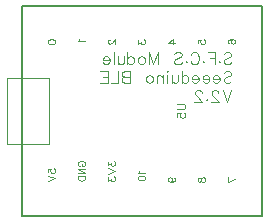
<source format=gbo>
G04 Layer: BottomSilkscreenLayer*
G04 EasyEDA Pro v1.9.26, 2022-12-23 16:49:17*
G04 Gerber Generator version 0.3*
G04 Scale: 100 percent, Rotated: No, Reflected: No*
G04 Dimensions in millimeters*
G04 Leading zeros omitted, absolute positions, 3 integers and 3 decimals*
%FSLAX33Y33*%
%MOMM*%
%ADD10C,0.1*%
%ADD11C,0.125001*%
%ADD12C,0.15*%
G75*


G04 Text Start*
G04 //text: S.F.C.S Module*
G04 Seeeduino BLE*
G04 V2.2*
G54D10*
G01X19233Y-5230D02*
G01X19327Y-5136D01*
G01X19467Y-5091D01*
G01X19655D01*
G01X19794Y-5136D01*
G01X19888Y-5230D01*
G01Y-5324D01*
G01X19842Y-5418D01*
G01X19794Y-5464D01*
G01X19700Y-5512D01*
G01X19421Y-5606D01*
G01X19327Y-5652D01*
G01X19279Y-5698D01*
G01X19233Y-5792D01*
G01Y-5934D01*
G01X19327Y-6028D01*
G01X19467Y-6074D01*
G01X19655D01*
G01X19794Y-6028D01*
G01X19888Y-5934D01*
G01X18862Y-5840D02*
G01X18908Y-5886D01*
G01X18862Y-5934D01*
G01X18814Y-5886D01*
G01X18862Y-5840D01*
G01X18489Y-5091D02*
G01X18489Y-6074D01*
G01X18489Y-5091D02*
G01X17879Y-5091D01*
G01X18489Y-5558D02*
G01X18113Y-5558D01*
G01X17508Y-5840D02*
G01X17554Y-5886D01*
G01X17508Y-5934D01*
G01X17460Y-5886D01*
G01X17508Y-5840D01*
G01X16434Y-5324D02*
G01X16480Y-5230D01*
G01X16574Y-5136D01*
G01X16667Y-5091D01*
G01X16855D01*
G01X16949Y-5136D01*
G01X17041Y-5230D01*
G01X17089Y-5324D01*
G01X17135Y-5464D01*
G01Y-5698D01*
G01X17089Y-5840D01*
G01X17041Y-5934D01*
G01X16949Y-6028D01*
G01X16855Y-6074D01*
G01X16667D01*
G01X16574Y-6028D01*
G01X16480Y-5934D01*
G01X16434Y-5840D01*
G01X16060Y-5840D02*
G01X16109Y-5886D01*
G01X16060Y-5934D01*
G01X16015Y-5886D01*
G01X16060Y-5840D01*
G01X15032Y-5230D02*
G01X15126Y-5136D01*
G01X15268Y-5091D01*
G01X15453D01*
G01X15596Y-5136D01*
G01X15690Y-5230D01*
G01Y-5324D01*
G01X15641Y-5418D01*
G01X15596Y-5464D01*
G01X15502Y-5512D01*
G01X15220Y-5606D01*
G01X15126Y-5652D01*
G01X15080Y-5698D01*
G01X15032Y-5792D01*
G01Y-5934D01*
G01X15126Y-6028D01*
G01X15268Y-6074D01*
G01X15453D01*
G01X15596Y-6028D01*
G01X15690Y-5934D01*
G01X13658Y-5091D02*
G01X13658Y-6074D01*
G01X13658Y-5091D02*
G01X13282Y-6074D01*
G01X12908Y-5091D02*
G01X13282Y-6074D01*
G01X12908Y-5091D02*
G01X12908Y-6074D01*
G01X12349Y-5418D02*
G01X12441Y-5464D01*
G01X12535Y-5558D01*
G01X12583Y-5698D01*
G01Y-5792D01*
G01X12535Y-5934D01*
G01X12441Y-6028D01*
G01X12349Y-6074D01*
G01X12207D01*
G01X12113Y-6028D01*
G01X12019Y-5934D01*
G01X11974Y-5792D01*
G01Y-5698D01*
G01X12019Y-5558D01*
G01X12113Y-5464D01*
G01X12207Y-5418D01*
G01X12349D01*
G01X11087Y-5091D02*
G01X11087Y-6074D01*
G01X11087Y-5558D02*
G01X11179Y-5464D01*
G01X11273Y-5418D01*
G01X11415D01*
G01X11509Y-5464D01*
G01X11603Y-5558D01*
G01X11648Y-5698D01*
G01Y-5792D01*
G01X11603Y-5934D01*
G01X11509Y-6028D01*
G01X11415Y-6074D01*
G01X11273D01*
G01X11179Y-6028D01*
G01X11087Y-5934D01*
G01X10762Y-5418D02*
G01X10762Y-5886D01*
G01X10714Y-6028D01*
G01X10620Y-6074D01*
G01X10480D01*
G01X10386Y-6028D01*
G01X10246Y-5886D01*
G01X10246Y-5418D02*
G01X10246Y-6074D01*
G01X9921Y-5091D02*
G01X9921Y-6074D01*
G01X9596Y-5698D02*
G01X9032Y-5698D01*
G01Y-5606D01*
G01X9081Y-5512D01*
G01X9126Y-5464D01*
G01X9220Y-5418D01*
G01X9360D01*
G01X9454Y-5464D01*
G01X9548Y-5558D01*
G01X9596Y-5698D01*
G01Y-5792D01*
G01X9548Y-5934D01*
G01X9454Y-6028D01*
G01X9360Y-6074D01*
G01X9220D01*
G01X9126Y-6028D01*
G01X9032Y-5934D01*
G01X19233Y-6830D02*
G01X19327Y-6736D01*
G01X19467Y-6691D01*
G01X19655D01*
G01X19794Y-6736D01*
G01X19888Y-6830D01*
G01Y-6924D01*
G01X19842Y-7018D01*
G01X19794Y-7064D01*
G01X19700Y-7112D01*
G01X19421Y-7206D01*
G01X19327Y-7252D01*
G01X19279Y-7298D01*
G01X19233Y-7392D01*
G01Y-7534D01*
G01X19327Y-7628D01*
G01X19467Y-7674D01*
G01X19655D01*
G01X19794Y-7628D01*
G01X19888Y-7534D01*
G01X18908Y-7298D02*
G01X18346Y-7298D01*
G01Y-7206D01*
G01X18392Y-7112D01*
G01X18438Y-7064D01*
G01X18532Y-7018D01*
G01X18674D01*
G01X18768Y-7064D01*
G01X18862Y-7158D01*
G01X18908Y-7298D01*
G01Y-7392D01*
G01X18862Y-7534D01*
G01X18768Y-7628D01*
G01X18674Y-7674D01*
G01X18532D01*
G01X18438Y-7628D01*
G01X18346Y-7534D01*
G01X18021Y-7298D02*
G01X17457Y-7298D01*
G01Y-7206D01*
G01X17506Y-7112D01*
G01X17551Y-7064D01*
G01X17645Y-7018D01*
G01X17785D01*
G01X17879Y-7064D01*
G01X17973Y-7158D01*
G01X18021Y-7298D01*
G01Y-7392D01*
G01X17973Y-7534D01*
G01X17879Y-7628D01*
G01X17785Y-7674D01*
G01X17645D01*
G01X17551Y-7628D01*
G01X17457Y-7534D01*
G01X17132Y-7298D02*
G01X16571Y-7298D01*
G01Y-7206D01*
G01X16617Y-7112D01*
G01X16665Y-7064D01*
G01X16759Y-7018D01*
G01X16899D01*
G01X16993Y-7064D01*
G01X17087Y-7158D01*
G01X17132Y-7298D01*
G01Y-7392D01*
G01X17087Y-7534D01*
G01X16993Y-7628D01*
G01X16899Y-7674D01*
G01X16759D01*
G01X16665Y-7628D01*
G01X16571Y-7534D01*
G01X15682Y-6691D02*
G01X15682Y-7674D01*
G01X15682Y-7158D02*
G01X15776Y-7064D01*
G01X15870Y-7018D01*
G01X16010D01*
G01X16104Y-7064D01*
G01X16198Y-7158D01*
G01X16246Y-7298D01*
G01Y-7392D01*
G01X16198Y-7534D01*
G01X16104Y-7628D01*
G01X16010Y-7674D01*
G01X15870D01*
G01X15776Y-7628D01*
G01X15682Y-7534D01*
G01X15357Y-7018D02*
G01X15357Y-7486D01*
G01X15311Y-7628D01*
G01X15217Y-7674D01*
G01X15077D01*
G01X14983Y-7628D01*
G01X14841Y-7486D01*
G01X14841Y-7018D02*
G01X14841Y-7674D01*
G01X14516Y-6691D02*
G01X14470Y-6736D01*
G01X14422Y-6691D01*
G01X14470Y-6643D01*
G01X14516Y-6691D01*
G01X14470Y-7018D02*
G01X14470Y-7674D01*
G01X14100Y-7018D02*
G01X14100Y-7674D01*
G01X14100Y-7206D02*
G01X13957Y-7064D01*
G01X13863Y-7018D01*
G01X13724D01*
G01X13630Y-7064D01*
G01X13584Y-7206D01*
G01Y-7674D01*
G01X13023Y-7018D02*
G01X13117Y-7064D01*
G01X13211Y-7158D01*
G01X13259Y-7298D01*
G01Y-7392D01*
G01X13211Y-7534D01*
G01X13117Y-7628D01*
G01X13023Y-7674D01*
G01X12883D01*
G01X12789Y-7628D01*
G01X12695Y-7534D01*
G01X12649Y-7392D01*
G01Y-7298D01*
G01X12695Y-7158D01*
G01X12789Y-7064D01*
G01X12883Y-7018D01*
G01X13023D01*
G01X11273Y-6691D02*
G01X11273Y-7674D01*
G01X11273Y-6691D02*
G01X10851Y-6691D01*
G01X10711Y-6736D01*
G01X10663Y-6782D01*
G01X10617Y-6876D01*
G01Y-6970D01*
G01X10663Y-7064D01*
G01X10711Y-7112D01*
G01X10851Y-7158D01*
G01X11273Y-7158D02*
G01X10851Y-7158D01*
G01X10711Y-7206D01*
G01X10663Y-7252D01*
G01X10617Y-7346D01*
G01Y-7486D01*
G01X10663Y-7580D01*
G01X10711Y-7628D01*
G01X10851Y-7674D01*
G01X11273D01*
G01X10292Y-6691D02*
G01X10292Y-7674D01*
G01X10292Y-7674D02*
G01X9731Y-7674D01*
G01X9406Y-6691D02*
G01X9406Y-7674D01*
G01X9406Y-6691D02*
G01X8796Y-6691D01*
G01X9406Y-7158D02*
G01X9030Y-7158D01*
G01X9406Y-7674D02*
G01X8796Y-7674D01*
G01X19888Y-8288D02*
G01X19515Y-9274D01*
G01X19139Y-8288D02*
G01X19515Y-9274D01*
G01X18768Y-8525D02*
G01X18768Y-8476D01*
G01X18720Y-8382D01*
G01X18674Y-8337D01*
G01X18580Y-8288D01*
G01X18392D01*
G01X18298Y-8337D01*
G01X18252Y-8382D01*
G01X18204Y-8476D01*
G01Y-8570D01*
G01X18252Y-8664D01*
G01X18346Y-8804D01*
G01X18814Y-9274D01*
G01X18158D01*
G01X17785Y-9040D02*
G01X17833Y-9086D01*
G01X17785Y-9134D01*
G01X17739Y-9086D01*
G01X17785Y-9040D01*
G01X17366Y-8525D02*
G01X17366Y-8476D01*
G01X17320Y-8382D01*
G01X17275Y-8337D01*
G01X17181Y-8288D01*
G01X16993D01*
G01X16899Y-8337D01*
G01X16850Y-8382D01*
G01X16805Y-8476D01*
G01Y-8570D01*
G01X16850Y-8664D01*
G01X16944Y-8804D01*
G01X17414Y-9274D01*
G01X16759D01*
G04 //text: 7*
G01X19609Y-16065D02*
G01X20201Y-15784D01*
G01X19609Y-15672D02*
G01X19609Y-16065D01*
G04 //text: 6*
G01X19693Y-4326D02*
G01X19637Y-4295D01*
G01X19609Y-4211D01*
G01Y-4155D01*
G01X19637Y-4072D01*
G01X19723Y-4016D01*
G01X19863Y-3988D01*
G01X20003D01*
G01X20117Y-4016D01*
G01X20173Y-4072D01*
G01X20201Y-4155D01*
G01Y-4183D01*
G01X20173Y-4267D01*
G01X20117Y-4326D01*
G01X20030Y-4354D01*
G01X20003D01*
G01X19919Y-4326D01*
G01X19863Y-4267D01*
G01X19835Y-4183D01*
G01Y-4155D01*
G01X19863Y-4072D01*
G01X19919Y-4016D01*
G01X20003Y-3988D01*
G04 //text: 1*
G01X7023Y-3988D02*
G01X6993Y-4044D01*
G01X6909Y-4127D01*
G01X7501D01*
G04 //text: 2*
G01X9591Y-4016D02*
G01X9563Y-4016D01*
G01X9505Y-4044D01*
G01X9477Y-4072D01*
G01X9449Y-4127D01*
G01Y-4239D01*
G01X9477Y-4295D01*
G01X9505Y-4326D01*
G01X9563Y-4354D01*
G01X9619D01*
G01X9675Y-4326D01*
G01X9759Y-4267D01*
G01X10041Y-3988D01*
G01Y-4381D01*
G04 //text: 3*
G01X11989Y-4044D02*
G01X11989Y-4354D01*
G01X12215Y-4183D01*
G01Y-4267D01*
G01X12243Y-4326D01*
G01X12271Y-4354D01*
G01X12355Y-4381D01*
G01X12410D01*
G01X12497Y-4354D01*
G01X12553Y-4295D01*
G01X12581Y-4211D01*
G01Y-4127D01*
G01X12553Y-4044D01*
G01X12525Y-4016D01*
G01X12469Y-3988D01*
G04 //text: 4*
G01X14529Y-4267D02*
G01X14923Y-3988D01*
G01Y-4409D01*
G01X14529Y-4267D02*
G01X15121Y-4267D01*
G04 //text: 5*
G01X17069Y-4326D02*
G01X17069Y-4044D01*
G01X17323Y-4016D01*
G01X17295Y-4044D01*
G01X17267Y-4127D01*
G01Y-4211D01*
G01X17295Y-4295D01*
G01X17351Y-4354D01*
G01X17435Y-4381D01*
G01X17490D01*
G01X17577Y-4354D01*
G01X17633Y-4295D01*
G01X17661Y-4211D01*
G01Y-4127D01*
G01X17633Y-4044D01*
G01X17605Y-4016D01*
G01X17549Y-3988D01*
G04 //text: 0*
G01X4369Y-4155D02*
G01X4397Y-4072D01*
G01X4483Y-4016D01*
G01X4623Y-3988D01*
G01X4707D01*
G01X4849Y-4016D01*
G01X4933Y-4072D01*
G01X4961Y-4155D01*
G01Y-4211D01*
G01X4933Y-4295D01*
G01X4849Y-4354D01*
G01X4707Y-4381D01*
G01X4623D01*
G01X4483Y-4354D01*
G01X4397Y-4295D01*
G01X4369Y-4211D01*
G01Y-4155D01*
G04 //text: 8*
G01X17069Y-15811D02*
G01X17097Y-15728D01*
G01X17153Y-15700D01*
G01X17211D01*
G01X17267Y-15728D01*
G01X17295Y-15784D01*
G01X17323Y-15895D01*
G01X17351Y-15979D01*
G01X17407Y-16038D01*
G01X17463Y-16065D01*
G01X17549D01*
G01X17605Y-16038D01*
G01X17633Y-16010D01*
G01X17661Y-15923D01*
G01Y-15811D01*
G01X17633Y-15728D01*
G01X17605Y-15700D01*
G01X17549Y-15672D01*
G01X17463D01*
G01X17407Y-15700D01*
G01X17351Y-15756D01*
G01X17323Y-15839D01*
G01X17295Y-15951D01*
G01X17267Y-16010D01*
G01X17211Y-16038D01*
G01X17153D01*
G01X17097Y-16010D01*
G01X17069Y-15923D01*
G01Y-15811D01*
G04 //text: 9*
G01X14727Y-16038D02*
G01X14811Y-16010D01*
G01X14867Y-15951D01*
G01X14895Y-15867D01*
G01Y-15839D01*
G01X14867Y-15756D01*
G01X14811Y-15700D01*
G01X14727Y-15672D01*
G01X14699D01*
G01X14613Y-15700D01*
G01X14557Y-15756D01*
G01X14529Y-15839D01*
G01Y-15867D01*
G01X14557Y-15951D01*
G01X14613Y-16010D01*
G01X14727Y-16038D01*
G01X14867D01*
G01X15009Y-16010D01*
G01X15093Y-15951D01*
G01X15121Y-15867D01*
G01Y-15811D01*
G01X15093Y-15728D01*
G01X15037Y-15700D01*
G04 //text: 10*
G01X12103Y-15164D02*
G01X12073Y-15220D01*
G01X11989Y-15303D01*
G01X12581D01*
G01X11989Y-15707D02*
G01X12017Y-15624D01*
G01X12103Y-15568D01*
G01X12243Y-15540D01*
G01X12327D01*
G01X12469Y-15568D01*
G01X12553Y-15624D01*
G01X12581Y-15707D01*
G01Y-15763D01*
G01X12553Y-15847D01*
G01X12469Y-15905D01*
G01X12327Y-15933D01*
G01X12243D01*
G01X12103Y-15905D01*
G01X12017Y-15847D01*
G01X11989Y-15763D01*
G01Y-15707D01*
G04 //text: 3V3*
G01X9449Y-14331D02*
G01X9449Y-14641D01*
G01X9675Y-14470D01*
G01Y-14554D01*
G01X9703Y-14613D01*
G01X9731Y-14641D01*
G01X9815Y-14668D01*
G01X9870D01*
G01X9957Y-14641D01*
G01X10013Y-14582D01*
G01X10041Y-14498D01*
G01Y-14414D01*
G01X10013Y-14331D01*
G01X9985Y-14303D01*
G01X9929Y-14275D01*
G01X9449Y-14902D02*
G01X10041Y-15128D01*
G01X9449Y-15352D02*
G01X10041Y-15128D01*
G01X9449Y-15644D02*
G01X9449Y-15954D01*
G01X9675Y-15784D01*
G01Y-15870D01*
G01X9703Y-15926D01*
G01X9731Y-15954D01*
G01X9815Y-15982D01*
G01X9870D01*
G01X9957Y-15954D01*
G01X10013Y-15898D01*
G01X10041Y-15811D01*
G01Y-15728D01*
G01X10013Y-15644D01*
G01X9985Y-15616D01*
G01X9929Y-15588D01*
G04 //text: GND*
G01X7051Y-14696D02*
G01X6993Y-14668D01*
G01X6937Y-14613D01*
G01X6909Y-14554D01*
G01Y-14442D01*
G01X6937Y-14387D01*
G01X6993Y-14331D01*
G01X7051Y-14303D01*
G01X7135Y-14275D01*
G01X7275D01*
G01X7358Y-14303D01*
G01X7417Y-14331D01*
G01X7473Y-14387D01*
G01X7501Y-14442D01*
G01Y-14554D01*
G01X7473Y-14613D01*
G01X7417Y-14668D01*
G01X7358Y-14696D01*
G01X7275D01*
G01X7275Y-14554D02*
G01X7275Y-14696D01*
G01X6909Y-14930D02*
G01X7501Y-14930D01*
G01X6909Y-14930D02*
G01X7501Y-15324D01*
G01X6909Y-15324D02*
G01X7501Y-15324D01*
G01X6909Y-15560D02*
G01X7501Y-15560D01*
G01X6909Y-15560D02*
G01X6909Y-15756D01*
G01X6937Y-15842D01*
G01X6993Y-15898D01*
G01X7051Y-15926D01*
G01X7135Y-15954D01*
G01X7275D01*
G01X7358Y-15926D01*
G01X7417Y-15898D01*
G01X7473Y-15842D01*
G01X7501Y-15756D01*
G01Y-15560D01*
G04 //text: 5V*
G01X4369Y-15248D02*
G01X4369Y-14966D01*
G01X4623Y-14938D01*
G01X4595Y-14966D01*
G01X4567Y-15049D01*
G01Y-15133D01*
G01X4595Y-15217D01*
G01X4651Y-15276D01*
G01X4735Y-15303D01*
G01X4790D01*
G01X4877Y-15276D01*
G01X4933Y-15217D01*
G01X4961Y-15133D01*
G01Y-15049D01*
G01X4933Y-14966D01*
G01X4905Y-14938D01*
G01X4849Y-14910D01*
G01X4369Y-15537D02*
G01X4961Y-15763D01*
G01X4369Y-15987D02*
G01X4961Y-15763D01*
G04 //text: U5*
G54D11*
G01X15306Y-9461D02*
G01X15781Y-9461D01*
G01X15878Y-9492D01*
G01X15939Y-9555D01*
G01X15972Y-9652D01*
G01Y-9715D01*
G01X15939Y-9809D01*
G01X15878Y-9873D01*
G01X15781Y-9903D01*
G01X15306D01*
G01X15306Y-10561D02*
G01X15306Y-10246D01*
G01X15591Y-10213D01*
G01X15560Y-10246D01*
G01X15527Y-10340D01*
G01Y-10434D01*
G01X15560Y-10531D01*
G01X15624Y-10594D01*
G01X15718Y-10625D01*
G01X15781D01*
G01X15878Y-10594D01*
G01X15939Y-10531D01*
G01X15972Y-10434D01*
G01Y-10340D01*
G01X15939Y-10246D01*
G01X15908Y-10213D01*
G01X15845Y-10183D01*
G04 Text End*

G04 PolygonModel Start*
G54D10*
G01X889Y-7239D02*
G01X4445Y-7239D01*
G01Y-12827D01*
G01X889D01*
G01Y-7239D01*
G04 PolygonModel End*

G04 Rect Start*
G54D12*
G01X22479Y-1143D02*
G01X2159Y-1143D01*
G01Y-18923D01*
G01X22479D01*
G01Y-1143D01*
G04 Rect End*

M02*

</source>
